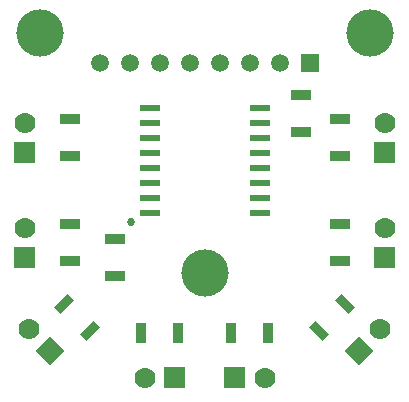
<source format=gts>
%FSLAX33Y33*%
%MOMM*%
%AMRect-W820710-H1670710-RO1.750*
21,1,0.82071,1.67071,0.,0.,45*%
%AMRect-W1778000-H1778000-RO1.000*
21,1,1.778,1.778,0.,0.,180*%
%AMRect-W1778000-H1778000-RO1.250*
21,1,1.778,1.778,0.,0.,135*%
%AMRect-W820710-H1670710-RO1.000*
21,1,0.82071,1.67071,0.,0.,180*%
%AMRect-W820710-H1670710-RO1.250*
21,1,0.82071,1.67071,0.,0.,135*%
%AMRect-W820710-H1670710-RO1.500*
21,1,0.82071,1.67071,0.,0.,90*%
%AMRect-W1778000-H1778000-RO0.750*
21,1,1.778,1.778,0.,0.,225*%
%AMRect-W1778000-H1778000-RO0.500*
21,1,1.778,1.778,0.,0.,270*%
%AMRR-H1699999-W549999-R98999-RO1.500*
21,1,0.352001,1.699999,0.,0.,90*
21,1,0.549999,1.502001,0.,0.,90*
1,1,0.197998,-0.7510005,-0.1760005*
1,1,0.197998,-0.7510005,0.1760005*
1,1,0.197998,0.7510005,0.1760005*
1,1,0.197998,0.7510005,-0.1760005*%
%AMRect-W1778000-H1778000-RO1.500*
21,1,1.778,1.778,0.,0.,90*%
%AMRect-W1500000-H1500000-RO0.500*
21,1,1.5,1.5,0.,0.,270*%
%AMRect-W820710-H1670710-RO0.500*
21,1,0.82071,1.67071,0.,0.,270*%
%ADD10C,0.68834*%
%ADD11Rect-W820710-H1670710-RO1.750*%
%ADD12C,1.778*%
%ADD13Rect-W1778000-H1778000-RO1.000*%
%ADD14C,1.778*%
%ADD15Rect-W1778000-H1778000-RO1.250*%
%ADD16Rect-W820710-H1670710-RO1.000*%
%ADD17Rect-W820710-H1670710-RO1.250*%
%ADD18Rect-W820710-H1670710-RO1.500*%
%ADD19C,1.778*%
%ADD20Rect-W1778000-H1778000-RO0.750*%
%ADD21C,4.*%
%ADD22C,1.778*%
%ADD23Rect-W1778000-H1778000-RO0.500*%
%ADD24RR-H1699999-W549999-R98999-RO1.500*%
%ADD25R,0.82071X1.67071*%
%ADD26C,1.778*%
%ADD27Rect-W1778000-H1778000-RO1.500*%
%ADD28C,1.5*%
%ADD29Rect-W1500000-H1500000-RO0.500*%
%ADD30Rect-W820710-H1670710-RO0.500*%
D10*
%LNtop solder mask_traces*%
G01*
X11557Y15748D03*
%LNtop solder mask component 48f78adb2b7037fe*%
D11*
X27461Y6506D03*
X29689Y8734D03*
%LNtop solder mask component fc4ab4143d6492ec*%
D12*
X2540Y15240D03*
D13*
X2540Y12700D03*
%LNtop solder mask component 8081dbe1fc64fbc3*%
D12*
X2540Y24130D03*
D13*
X2540Y21590D03*
%LNtop solder mask component acea897f8989f1d9*%
D14*
X32648Y6613D03*
D15*
X30852Y4817D03*
%LNtop solder mask component 7f83bd30abf15710*%
D16*
X15545Y6350D03*
X12395Y6350D03*
%LNtop solder mask component 50fb72db43f2db52*%
D12*
X33020Y24130D03*
D13*
X33020Y21590D03*
%LNtop solder mask component 8bdea769ffbae0d0*%
D17*
X8099Y6506D03*
X5871Y8734D03*
%LNtop solder mask component 0b6faf164e5a0518*%
D18*
X6350Y12395D03*
X6350Y15545D03*
%LNtop solder mask component 6cb0e7e3f02311c0*%
X6350Y21285D03*
X6350Y24435D03*
%LNtop solder mask component 07940880643af1f4*%
D19*
X2912Y6613D03*
D20*
X4708Y4817D03*
%LNtop solder mask component 7d8ea873bf19028c*%
D18*
X29210Y21285D03*
X29210Y24435D03*
%LNtop solder mask component c49cb73e0cfdca39*%
D21*
X17780Y11430D03*
%LNtop solder mask component 432a153fe0b184c8*%
D12*
X33020Y15240D03*
D13*
X33020Y12700D03*
%LNtop solder mask component 2783f7ae62fabf0f*%
D22*
X12700Y2540D03*
D23*
X15240Y2540D03*
%LNtop solder mask component 96b70c30af19ca9a*%
D21*
X31750Y31750D03*
%LNtop solder mask component 7e02e7b59318a54f*%
D24*
X13130Y25400D03*
X13130Y24130D03*
X13130Y22860D03*
X13130Y21590D03*
X13130Y20320D03*
X13130Y19050D03*
X13130Y17780D03*
X13130Y16510D03*
X22430Y25400D03*
X22430Y24130D03*
X22430Y22860D03*
X22430Y21590D03*
X22430Y20320D03*
X22430Y19050D03*
X22430Y17780D03*
X22430Y16510D03*
%LNtop solder mask component e43c40593395f77c*%
D25*
X20015Y6350D03*
X23165Y6350D03*
%LNtop solder mask component 7b98a7e85593e7e7*%
D26*
X22860Y2540D03*
D27*
X20320Y2540D03*
%LNtop solder mask component be02c169f3ae9f69*%
D21*
X3810Y31750D03*
%LNtop solder mask component 005ca3e7d4f4fb47*%
D28*
X24130Y29210D03*
X21590Y29210D03*
X19050Y29210D03*
X16510Y29210D03*
X13970Y29210D03*
X11430Y29210D03*
X8890Y29210D03*
D29*
X26670Y29210D03*
%LNtop solder mask component 427f096e4d3aae24*%
D30*
X25908Y26467D03*
X25908Y23317D03*
%LNtop solder mask component c320845981998eb0*%
D18*
X10160Y11125D03*
X10160Y14275D03*
%LNtop solder mask component e793a6abe9ce9fda*%
X29210Y12395D03*
X29210Y15545D03*
M02*
</source>
